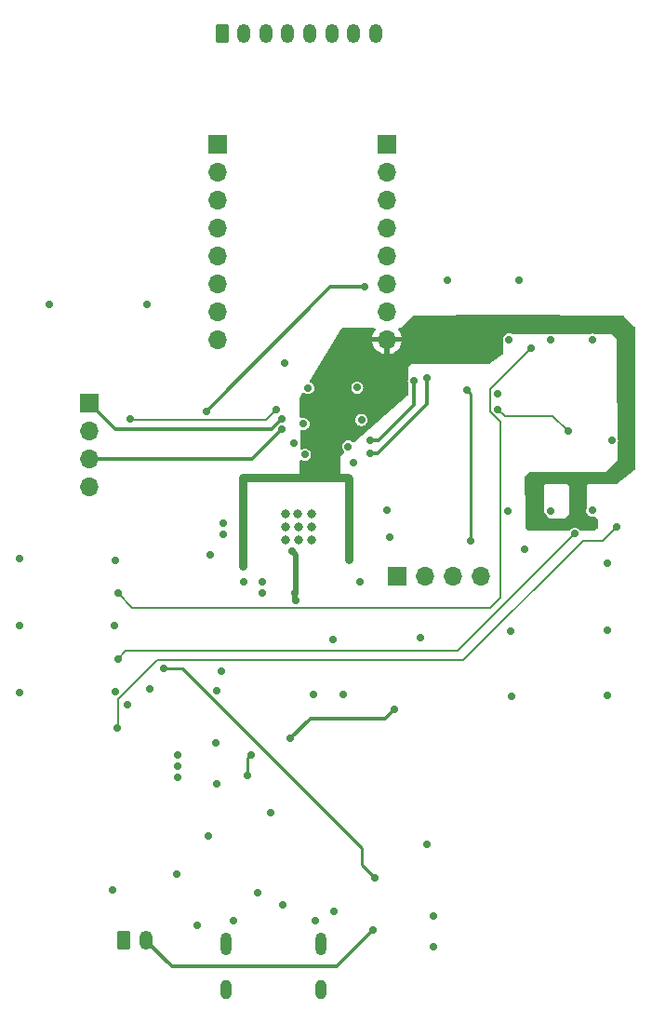
<source format=gbr>
%TF.GenerationSoftware,KiCad,Pcbnew,8.0.7*%
%TF.CreationDate,2025-02-19T12:10:22-05:00*%
%TF.ProjectId,RP2350_V1,52503233-3530-45f5-9631-2e6b69636164,1.0*%
%TF.SameCoordinates,Original*%
%TF.FileFunction,Copper,L4,Bot*%
%TF.FilePolarity,Positive*%
%FSLAX46Y46*%
G04 Gerber Fmt 4.6, Leading zero omitted, Abs format (unit mm)*
G04 Created by KiCad (PCBNEW 8.0.7) date 2025-02-19 12:10:22*
%MOMM*%
%LPD*%
G01*
G04 APERTURE LIST*
G04 Aperture macros list*
%AMRoundRect*
0 Rectangle with rounded corners*
0 $1 Rounding radius*
0 $2 $3 $4 $5 $6 $7 $8 $9 X,Y pos of 4 corners*
0 Add a 4 corners polygon primitive as box body*
4,1,4,$2,$3,$4,$5,$6,$7,$8,$9,$2,$3,0*
0 Add four circle primitives for the rounded corners*
1,1,$1+$1,$2,$3*
1,1,$1+$1,$4,$5*
1,1,$1+$1,$6,$7*
1,1,$1+$1,$8,$9*
0 Add four rect primitives between the rounded corners*
20,1,$1+$1,$2,$3,$4,$5,0*
20,1,$1+$1,$4,$5,$6,$7,0*
20,1,$1+$1,$6,$7,$8,$9,0*
20,1,$1+$1,$8,$9,$2,$3,0*%
G04 Aperture macros list end*
%TA.AperFunction,ComponentPad*%
%ADD10R,1.700000X1.700000*%
%TD*%
%TA.AperFunction,ComponentPad*%
%ADD11O,1.700000X1.700000*%
%TD*%
%TA.AperFunction,ComponentPad*%
%ADD12O,1.000000X2.100000*%
%TD*%
%TA.AperFunction,ComponentPad*%
%ADD13O,1.000000X1.800000*%
%TD*%
%TA.AperFunction,ComponentPad*%
%ADD14RoundRect,0.250000X-0.350000X-0.625000X0.350000X-0.625000X0.350000X0.625000X-0.350000X0.625000X0*%
%TD*%
%TA.AperFunction,ComponentPad*%
%ADD15O,1.200000X1.750000*%
%TD*%
%TA.AperFunction,HeatsinkPad*%
%ADD16C,0.800000*%
%TD*%
%TA.AperFunction,ViaPad*%
%ADD17C,0.700000*%
%TD*%
%TA.AperFunction,Conductor*%
%ADD18C,0.300000*%
%TD*%
%TA.AperFunction,Conductor*%
%ADD19C,0.150000*%
%TD*%
%TA.AperFunction,Conductor*%
%ADD20C,0.750000*%
%TD*%
%TA.AperFunction,Conductor*%
%ADD21C,0.500000*%
%TD*%
%TA.AperFunction,Conductor*%
%ADD22C,0.250000*%
%TD*%
%TA.AperFunction,Conductor*%
%ADD23C,0.200000*%
%TD*%
G04 APERTURE END LIST*
D10*
%TO.P,J4,1,Pin_1*%
%TO.N,unconnected-(J4-Pin_1-Pad1)*%
X137495000Y-47805000D03*
D11*
%TO.P,J4,2,Pin_2*%
%TO.N,GND*%
X137495000Y-50345000D03*
%TO.P,J4,3,Pin_3*%
%TO.N,/CS{slash}NSS*%
X137495000Y-52885000D03*
%TO.P,J4,4,Pin_4*%
%TO.N,/SPI0_CLK*%
X137495000Y-55425000D03*
%TO.P,J4,5,Pin_5*%
%TO.N,/SPI0_TX*%
X137495000Y-57965000D03*
%TO.P,J4,6,Pin_6*%
%TO.N,/SPI0_RX*%
X137495000Y-60505000D03*
%TO.P,J4,7,Pin_7*%
%TO.N,/uC_RESET*%
X137495000Y-63045000D03*
%TO.P,J4,8,Pin_8*%
%TO.N,/uC_BUSY*%
X137495000Y-65585000D03*
%TD*%
D10*
%TO.P,J2,1,Pin_1*%
%TO.N,GND*%
X152880000Y-47770000D03*
D11*
%TO.P,J2,2,Pin_2*%
X152880000Y-50310000D03*
%TO.P,J2,3,Pin_3*%
%TO.N,unconnected-(J2-Pin_3-Pad3)*%
X152880000Y-52850000D03*
%TO.P,J2,4,Pin_4*%
%TO.N,unconnected-(J2-Pin_4-Pad4)*%
X152880000Y-55390000D03*
%TO.P,J2,5,Pin_5*%
%TO.N,unconnected-(J2-Pin_5-Pad5)*%
X152880000Y-57930000D03*
%TO.P,J2,6,Pin_6*%
%TO.N,/DIO1*%
X152880000Y-60470000D03*
%TO.P,J2,7,Pin_7*%
%TO.N,GND*%
X152880000Y-63010000D03*
%TO.P,J2,8,Pin_8*%
%TO.N,+3V3*%
X152880000Y-65550000D03*
%TD*%
D12*
%TO.P,J3,S1,SHIELD*%
%TO.N,unconnected-(J3-SHIELD-PadS1)_3*%
X138200000Y-120520000D03*
D13*
%TO.N,unconnected-(J3-SHIELD-PadS1)_1*%
X138200000Y-124700000D03*
D12*
%TO.N,unconnected-(J3-SHIELD-PadS1)_2*%
X146840000Y-120520000D03*
D13*
%TO.N,unconnected-(J3-SHIELD-PadS1)*%
X146840000Y-124700000D03*
%TD*%
D10*
%TO.P,J1,1,Pin_1*%
%TO.N,/SWCLK*%
X125775000Y-71310000D03*
D11*
%TO.P,J1,2,Pin_2*%
%TO.N,GND*%
X125775000Y-73850000D03*
%TO.P,J1,3,Pin_3*%
%TO.N,/SWD*%
X125775000Y-76390000D03*
%TO.P,J1,4,Pin_4*%
%TO.N,GND*%
X125775000Y-78930000D03*
%TD*%
D14*
%TO.P,J5,1,Pin_1*%
%TO.N,+3V3*%
X137850000Y-37760000D03*
D15*
%TO.P,J5,2,Pin_2*%
%TO.N,GND*%
X139850000Y-37760000D03*
%TO.P,J5,3,Pin_3*%
%TO.N,/SPI1_TX*%
X141850000Y-37760000D03*
%TO.P,J5,4,Pin_4*%
%TO.N,/SPI1_CLK*%
X143850000Y-37760000D03*
%TO.P,J5,5,Pin_5*%
%TO.N,/SPI1_CS*%
X145850000Y-37760000D03*
%TO.P,J5,6,Pin_6*%
%TO.N,/DISPLAY_DC*%
X147850000Y-37760000D03*
%TO.P,J5,7,Pin_7*%
%TO.N,/DISPLAY_RESET*%
X149850000Y-37760000D03*
%TO.P,J5,8,Pin_8*%
%TO.N,/DISPLAY_BUSY*%
X151850000Y-37760000D03*
%TD*%
D14*
%TO.P,J6,1,Pin_1*%
%TO.N,GND*%
X128925000Y-120225000D03*
D15*
%TO.P,J6,2,Pin_2*%
%TO.N,/VBAT*%
X130925000Y-120225000D03*
%TD*%
D10*
%TO.P,J7,1,Pin_1*%
%TO.N,/UART_Tx_DEBUG*%
X153770000Y-87120000D03*
D11*
%TO.P,J7,2,Pin_2*%
%TO.N,GND*%
X156310000Y-87120000D03*
%TO.P,J7,3,Pin_3*%
%TO.N,/UART_Rx_DEBUG*%
X158850000Y-87120000D03*
%TO.P,J7,4,Pin_4*%
%TO.N,GND*%
X161390000Y-87120000D03*
%TD*%
D16*
%TO.P,U1,61,GND*%
%TO.N,GND*%
X146012500Y-83780000D03*
X146012500Y-82580000D03*
X146012500Y-81380000D03*
X144812500Y-83780000D03*
X144812500Y-82580000D03*
X144762500Y-81380000D03*
X143612500Y-83780000D03*
X143612500Y-82580000D03*
X143612500Y-81380000D03*
%TD*%
D17*
%TO.N,GND*%
X149350000Y-75300000D03*
X149848071Y-76723071D03*
X144425000Y-74950000D03*
X145415000Y-76025000D03*
X145275000Y-73250000D03*
X150550000Y-72875000D03*
X150175000Y-69925000D03*
X145700000Y-69975000D03*
X137990000Y-82300000D03*
X148902800Y-97867324D03*
X137275000Y-102225000D03*
X152853058Y-81043058D03*
X156535000Y-111485000D03*
X167820000Y-81160000D03*
X119440000Y-91550000D03*
X141490000Y-88650000D03*
X173380000Y-74750000D03*
X141125000Y-115920000D03*
X157150000Y-120775000D03*
X142300000Y-108640200D03*
X148080000Y-117560000D03*
X127925000Y-115650000D03*
X133800000Y-105420000D03*
X137400000Y-106000000D03*
X137990000Y-83290000D03*
X131075000Y-62400000D03*
X137387500Y-97487500D03*
X141500000Y-87590000D03*
X131300000Y-97310000D03*
X128130000Y-97610000D03*
X128122500Y-85647500D03*
X155930000Y-92645000D03*
X164000000Y-65550000D03*
X133810000Y-103330000D03*
X153100000Y-83575000D03*
X167800000Y-65575000D03*
X146350000Y-118380000D03*
X164200000Y-98010000D03*
X147925000Y-92875000D03*
X119420000Y-97710000D03*
X172980000Y-85950000D03*
X158340000Y-60130000D03*
X150390000Y-87570000D03*
X143550000Y-67725000D03*
X129270000Y-98790000D03*
X133720000Y-114175000D03*
X135590000Y-118820000D03*
X139837500Y-87637500D03*
X122175000Y-62400000D03*
X165410000Y-84640000D03*
X119440000Y-85450000D03*
X146175000Y-97875000D03*
X172960000Y-91980000D03*
X143422746Y-116949999D03*
X164132615Y-92075698D03*
X162950000Y-70475000D03*
X157150000Y-117975000D03*
X171600000Y-65575000D03*
X137770000Y-95760000D03*
X136625000Y-110690200D03*
X128070000Y-91550000D03*
X138874314Y-118425686D03*
X171550000Y-81100000D03*
X136775000Y-85165000D03*
X133820000Y-104350000D03*
X164890000Y-60200000D03*
X163925000Y-81175000D03*
X172980000Y-97890000D03*
%TO.N,+3V3*%
X149400000Y-85607200D03*
X139790000Y-84550000D03*
X171700000Y-82275000D03*
X141280000Y-78130000D03*
X173540000Y-64420000D03*
X167970000Y-82270000D03*
X169780000Y-64410000D03*
X139790000Y-85360000D03*
X144100000Y-101850000D03*
X165850000Y-82425000D03*
X165875000Y-64450000D03*
X147725000Y-67600000D03*
X153550000Y-99225000D03*
X173700000Y-77375000D03*
X139790000Y-86150000D03*
%TO.N,+1V1*%
X144532322Y-88617678D03*
X144600000Y-89300000D03*
X144240000Y-84850000D03*
%TO.N,/VBAT*%
X151625000Y-119250000D03*
%TO.N,/SWD*%
X143319974Y-73699546D03*
%TO.N,/SWCLK*%
X143275000Y-72754569D03*
%TO.N,/DIO1*%
X136410000Y-72075000D03*
X150825000Y-60775000D03*
%TO.N,/DISPLAY_RESET*%
X151350000Y-75900000D03*
X156520000Y-69100000D03*
%TO.N,/DISPLAY_BUSY*%
X151350000Y-74725000D03*
X155330000Y-69350000D03*
%TO.N,/RUN*%
X129550000Y-72775000D03*
X142825000Y-71975000D03*
%TO.N,/~{USB_BOOT}*%
X160175000Y-70175000D03*
X160525000Y-83850000D03*
%TO.N,Net-(R20-Pad2)*%
X128382500Y-88642500D03*
X166032500Y-66357500D03*
%TO.N,Net-(R23-Pad2)*%
X128380000Y-94630000D03*
X169975000Y-83225000D03*
%TO.N,Net-(R24-Pad2)*%
X128355000Y-100905000D03*
X173800000Y-82575000D03*
%TO.N,/BTN_MACRO_C*%
X169397500Y-73927500D03*
X162975000Y-71900000D03*
%TO.N,/Converter_In*%
X140200000Y-105250000D03*
X140475000Y-103325000D03*
%TO.N,/UVLO_RST*%
X132575000Y-95485000D03*
X151740000Y-114510000D03*
%TD*%
D18*
%TO.N,/DIO1*%
X150825000Y-60775000D02*
X147705000Y-60775000D01*
X147705000Y-60775000D02*
X136410000Y-72070000D01*
%TO.N,/DISPLAY_BUSY*%
X151350000Y-74725000D02*
X152125000Y-74725000D01*
X155330000Y-71520000D02*
X155330000Y-69350000D01*
X152125000Y-74725000D02*
X155330000Y-71520000D01*
%TO.N,/DISPLAY_RESET*%
X152070000Y-75900000D02*
X156520000Y-71450000D01*
X151350000Y-75900000D02*
X152070000Y-75900000D01*
X156520000Y-71450000D02*
X156520000Y-69170000D01*
%TO.N,/SWD*%
X143319974Y-73699546D02*
X140629520Y-76390000D01*
X140629520Y-76390000D02*
X125775000Y-76390000D01*
%TO.N,/SWCLK*%
X142349569Y-73680000D02*
X128145000Y-73680000D01*
X143275000Y-72754569D02*
X142349569Y-73680000D01*
X128145000Y-73680000D02*
X125775000Y-71310000D01*
D19*
%TO.N,/RUN*%
X142825000Y-71975000D02*
X141900000Y-72900000D01*
X141900000Y-72900000D02*
X129575000Y-72900000D01*
D20*
%TO.N,+3V3*%
X141280000Y-78130000D02*
X146390000Y-78130000D01*
X139790000Y-86150000D02*
X139790000Y-78130000D01*
X149400000Y-78200000D02*
X149330000Y-78130000D01*
X149330000Y-78130000D02*
X146390000Y-78130000D01*
D18*
X145925000Y-100025000D02*
X152750000Y-100025000D01*
D20*
X149400000Y-85607200D02*
X149400000Y-78200000D01*
D18*
X152750000Y-100025000D02*
X153550000Y-99225000D01*
D20*
X139790000Y-78130000D02*
X141280000Y-78130000D01*
D18*
X144100000Y-101850000D02*
X145925000Y-100025000D01*
D21*
%TO.N,+1V1*%
X144600000Y-89300000D02*
X144600000Y-89325000D01*
X144550000Y-88600000D02*
X144550000Y-85160000D01*
X144532322Y-89232322D02*
X144600000Y-89300000D01*
X144532322Y-88617678D02*
X144550000Y-88600000D01*
X144550000Y-85160000D02*
X144240000Y-84850000D01*
X144532322Y-88617678D02*
X144532322Y-89232322D01*
D18*
%TO.N,/VBAT*%
X148295000Y-122580000D02*
X151625000Y-119250000D01*
X130990000Y-120290000D02*
X133280000Y-122580000D01*
X133280000Y-122580000D02*
X148295000Y-122580000D01*
X130990000Y-120240000D02*
X130990000Y-120290000D01*
%TO.N,/DIO1*%
X150875000Y-60725000D02*
X150825000Y-60775000D01*
%TO.N,/DISPLAY_BUSY*%
X155330000Y-69350000D02*
X155330000Y-69280000D01*
D22*
%TO.N,/~{USB_BOOT}*%
X160125000Y-70125000D02*
X160175000Y-70175000D01*
X160175000Y-70175000D02*
X160525000Y-70525000D01*
X160525000Y-70525000D02*
X160525000Y-83850000D01*
D23*
%TO.N,Net-(R20-Pad2)*%
X162300000Y-72144239D02*
X162300000Y-70090000D01*
X163180000Y-73024239D02*
X162300000Y-72144239D01*
X162240000Y-89950000D02*
X163180000Y-89010000D01*
X128360000Y-88620000D02*
X128382500Y-88642500D01*
X162300000Y-70090000D02*
X166032500Y-66357500D01*
X166032500Y-66357500D02*
X166120000Y-66270000D01*
X128382500Y-88642500D02*
X129690000Y-89950000D01*
X129690000Y-89950000D02*
X162240000Y-89950000D01*
X163180000Y-89010000D02*
X163180000Y-73024239D01*
%TO.N,Net-(R23-Pad2)*%
X159310000Y-93890000D02*
X129120000Y-93890000D01*
X169975000Y-83225000D02*
X159310000Y-93890000D01*
X169980000Y-83220000D02*
X169975000Y-83225000D01*
X129120000Y-93890000D02*
X128380000Y-94630000D01*
X128380000Y-94630000D02*
X128360000Y-94650000D01*
%TO.N,Net-(R24-Pad2)*%
X131925000Y-94750000D02*
X128430000Y-98245000D01*
X173800000Y-82575000D02*
X172500000Y-83875000D01*
X172500000Y-83875000D02*
X170700000Y-83875000D01*
X128430000Y-98245000D02*
X128430000Y-100830000D01*
X159825000Y-94750000D02*
X131925000Y-94750000D01*
X170700000Y-83875000D02*
X159825000Y-94750000D01*
D19*
%TO.N,/BTN_MACRO_C*%
X163590000Y-72515000D02*
X167985000Y-72515000D01*
X162975000Y-71900000D02*
X163590000Y-72515000D01*
X167985000Y-72515000D02*
X169397500Y-73927500D01*
X169397500Y-73927500D02*
X169420000Y-73950000D01*
D22*
%TO.N,/Converter_In*%
X140550000Y-103250000D02*
X140600000Y-103200000D01*
X140200000Y-105250000D02*
X140200000Y-103600000D01*
X140200000Y-105300000D02*
X140200000Y-105250000D01*
X140200000Y-103600000D02*
X140550000Y-103250000D01*
%TO.N,/UVLO_RST*%
X150600000Y-111850000D02*
X150600000Y-113370000D01*
X151740000Y-114510000D02*
X151850000Y-114620000D01*
X132560000Y-95485000D02*
X132575000Y-95485000D01*
X134235000Y-95485000D02*
X150600000Y-111850000D01*
X132525000Y-95450000D02*
X132560000Y-95485000D01*
X132575000Y-95485000D02*
X134235000Y-95485000D01*
X150600000Y-113370000D02*
X151740000Y-114510000D01*
%TD*%
%TA.AperFunction,Conductor*%
%TO.N,+3V3*%
G36*
X167290759Y-78711087D02*
G01*
X167290758Y-78711087D01*
X167175000Y-78849999D01*
X167175000Y-78850000D01*
X167175000Y-81275000D01*
X167424804Y-81549784D01*
X167426619Y-81551942D01*
X167429276Y-81554704D01*
X167675000Y-81825000D01*
X168300000Y-81825000D01*
X168250000Y-82925000D01*
X167925000Y-82925000D01*
X165804547Y-82925000D01*
X165746356Y-82906093D01*
X165744664Y-82904835D01*
X165514117Y-82729713D01*
X165479215Y-82679459D01*
X165475000Y-82650878D01*
X165475000Y-80699978D01*
X165450008Y-78700639D01*
X165450004Y-78700000D01*
X167300000Y-78700000D01*
X167290759Y-78711087D01*
G37*
%TD.AperFunction*%
%TD*%
%TA.AperFunction,Conductor*%
%TO.N,+3V3*%
G36*
X162850417Y-63325003D02*
G01*
X174434492Y-63424651D01*
X174492517Y-63444058D01*
X174503643Y-63453643D01*
X175421082Y-64371082D01*
X175448859Y-64425599D01*
X175450078Y-64440895D01*
X175474907Y-77327192D01*
X175456112Y-77385419D01*
X175437615Y-77404798D01*
X173777341Y-78728206D01*
X173720052Y-78749692D01*
X173715037Y-78749789D01*
X171199144Y-78734633D01*
X171225000Y-78700000D01*
X169300000Y-78700000D01*
X169318122Y-78723299D01*
X167290760Y-78711087D01*
X167300000Y-78700000D01*
X165450003Y-78700000D01*
X165450000Y-78699403D01*
X165450000Y-78039148D01*
X165468907Y-77980957D01*
X165476769Y-77971445D01*
X165795666Y-77631290D01*
X165849259Y-77601769D01*
X165867890Y-77600000D01*
X172775000Y-77600000D01*
X173850000Y-76550000D01*
X173846679Y-75078935D01*
X173858730Y-75033767D01*
X173858378Y-75033621D01*
X173859478Y-75030964D01*
X173859948Y-75029204D01*
X173860851Y-75027637D01*
X173860861Y-75027625D01*
X173916330Y-74893709D01*
X173935250Y-74750000D01*
X173916330Y-74606291D01*
X173860861Y-74472375D01*
X173860859Y-74472372D01*
X173858451Y-74468200D01*
X173845189Y-74418926D01*
X173831433Y-68325000D01*
X173825000Y-65475000D01*
X173724225Y-65406290D01*
X173275000Y-65100000D01*
X171902339Y-65096329D01*
X171864719Y-65088793D01*
X171743709Y-65038670D01*
X171743708Y-65038669D01*
X171600000Y-65019750D01*
X171456291Y-65038669D01*
X171456290Y-65038670D01*
X171339163Y-65087185D01*
X171301013Y-65094721D01*
X168077650Y-65086103D01*
X168040030Y-65078567D01*
X168033924Y-65076038D01*
X168015731Y-65068502D01*
X167943713Y-65038671D01*
X167943705Y-65038669D01*
X167800000Y-65019750D01*
X167656293Y-65038669D01*
X167563533Y-65077090D01*
X167525384Y-65084625D01*
X164313709Y-65076038D01*
X164276089Y-65068502D01*
X164143709Y-65013670D01*
X164143708Y-65013669D01*
X164000000Y-64994750D01*
X163856291Y-65013669D01*
X163856290Y-65013670D01*
X163722378Y-65069137D01*
X163722374Y-65069139D01*
X163607381Y-65157377D01*
X163607377Y-65157381D01*
X163519139Y-65272374D01*
X163519137Y-65272378D01*
X163463670Y-65406290D01*
X163463669Y-65406291D01*
X163454624Y-65475000D01*
X163444750Y-65550000D01*
X163448041Y-65575000D01*
X163449153Y-65583442D01*
X163450000Y-65596365D01*
X163450000Y-66897017D01*
X163431093Y-66955208D01*
X163405915Y-66979390D01*
X162274782Y-67733478D01*
X162220213Y-67750104D01*
X155100001Y-67774999D01*
X155100000Y-67774999D01*
X154807341Y-68090168D01*
X154800000Y-65300000D01*
X154200000Y-64498077D01*
X155245795Y-63381189D01*
X155299368Y-63351637D01*
X155317721Y-63349859D01*
X162849567Y-63325001D01*
X162850417Y-63325003D01*
G37*
%TD.AperFunction*%
%TD*%
%TA.AperFunction,Conductor*%
%TO.N,+3V3*%
G36*
X171199144Y-78734632D02*
G01*
X171199143Y-78734633D01*
X171057026Y-78924998D01*
X171057026Y-78925000D01*
X171053111Y-80841581D01*
X171045575Y-80879264D01*
X171013670Y-80956290D01*
X171013669Y-80956291D01*
X170994750Y-81099999D01*
X170994750Y-81100000D01*
X171013669Y-81243708D01*
X171013670Y-81243709D01*
X171069139Y-81377625D01*
X171157379Y-81492621D01*
X171272375Y-81580861D01*
X171286284Y-81586622D01*
X171328958Y-81620542D01*
X171350000Y-81650000D01*
X171503634Y-81650000D01*
X171516556Y-81650847D01*
X171550000Y-81655250D01*
X171583444Y-81650847D01*
X171596366Y-81650000D01*
X171739157Y-81650000D01*
X171797348Y-81668907D01*
X171802535Y-81672946D01*
X172039378Y-81870315D01*
X172071977Y-81922093D01*
X172075000Y-81946369D01*
X172075000Y-82713815D01*
X172056093Y-82772006D01*
X172020274Y-82802363D01*
X171745904Y-82939548D01*
X171701630Y-82950000D01*
X170506697Y-82950000D01*
X170448506Y-82931093D01*
X170428155Y-82911268D01*
X170425786Y-82908180D01*
X170367621Y-82832379D01*
X170252625Y-82744139D01*
X170252621Y-82744137D01*
X170118709Y-82688670D01*
X170118708Y-82688669D01*
X169975000Y-82669750D01*
X169831291Y-82688669D01*
X169831290Y-82688670D01*
X169697378Y-82744137D01*
X169697374Y-82744139D01*
X169582381Y-82832377D01*
X169582373Y-82832385D01*
X169523688Y-82908864D01*
X169473263Y-82943519D01*
X169443274Y-82947578D01*
X168250015Y-82925000D01*
X168250000Y-82925000D01*
X168300000Y-81825000D01*
X169175000Y-81825000D01*
X169475000Y-81425000D01*
X169475000Y-78925000D01*
X169318122Y-78723300D01*
X169318123Y-78723300D01*
X169318122Y-78723299D01*
X169300000Y-78700000D01*
X171225000Y-78700000D01*
X171199144Y-78734632D01*
G37*
%TD.AperFunction*%
%TD*%
%TA.AperFunction,Conductor*%
%TO.N,+3V3*%
G36*
X154800000Y-65300000D02*
G01*
X154807340Y-68090167D01*
X154807340Y-68090169D01*
X154810107Y-69141615D01*
X154800670Y-69189389D01*
X154793671Y-69206286D01*
X154793670Y-69206291D01*
X154774750Y-69349999D01*
X154774750Y-69350000D01*
X154793670Y-69493710D01*
X154801771Y-69513268D01*
X154811209Y-69560393D01*
X154813956Y-70603904D01*
X154794448Y-70670995D01*
X154770954Y-70698120D01*
X149897935Y-74901996D01*
X149834316Y-74930882D01*
X149765179Y-74920787D01*
X149741453Y-74906482D01*
X149686134Y-74864035D01*
X149627626Y-74819139D01*
X149627623Y-74819138D01*
X149493712Y-74763671D01*
X149493710Y-74763670D01*
X149493709Y-74763670D01*
X149421854Y-74754210D01*
X149350001Y-74744750D01*
X149349999Y-74744750D01*
X149206291Y-74763670D01*
X149206287Y-74763671D01*
X149072377Y-74819137D01*
X148957379Y-74907379D01*
X148869137Y-75022377D01*
X148813671Y-75156287D01*
X148813670Y-75156291D01*
X148804279Y-75227625D01*
X148794750Y-75300000D01*
X148811978Y-75430861D01*
X148813670Y-75443708D01*
X148813671Y-75443712D01*
X148869138Y-75577623D01*
X148869139Y-75577626D01*
X148953518Y-75687589D01*
X148978713Y-75752758D01*
X148964675Y-75821203D01*
X148953357Y-75838772D01*
X148642327Y-76242326D01*
X148642326Y-76242328D01*
X148625944Y-78376952D01*
X148605746Y-78443838D01*
X148552592Y-78489186D01*
X148501948Y-78500000D01*
X145069697Y-78500000D01*
X145002658Y-78480315D01*
X144956903Y-78427511D01*
X144945702Y-78374931D01*
X144960854Y-76617246D01*
X144981114Y-76550384D01*
X145034311Y-76505086D01*
X145103552Y-76495739D01*
X145132300Y-76503759D01*
X145137375Y-76505861D01*
X145271291Y-76561330D01*
X145398280Y-76578048D01*
X145414999Y-76580250D01*
X145415000Y-76580250D01*
X145415001Y-76580250D01*
X145429977Y-76578278D01*
X145558709Y-76561330D01*
X145692625Y-76505861D01*
X145807621Y-76417621D01*
X145895861Y-76302625D01*
X145951330Y-76168709D01*
X145970250Y-76025000D01*
X145951330Y-75881291D01*
X145895861Y-75747375D01*
X145807621Y-75632379D01*
X145692625Y-75544139D01*
X145692624Y-75544138D01*
X145692622Y-75544137D01*
X145558712Y-75488671D01*
X145558710Y-75488670D01*
X145558709Y-75488670D01*
X145486854Y-75479210D01*
X145415001Y-75469750D01*
X145414999Y-75469750D01*
X145271291Y-75488670D01*
X145271287Y-75488671D01*
X145144117Y-75541346D01*
X145074648Y-75548815D01*
X145012169Y-75517539D01*
X144976517Y-75457450D01*
X144972666Y-75427394D01*
X144970735Y-75030999D01*
X144971794Y-75014225D01*
X144980250Y-74950000D01*
X144970980Y-74879589D01*
X144969922Y-74864035D01*
X144965243Y-73903731D01*
X144984601Y-73836598D01*
X145037182Y-73790587D01*
X145106291Y-73780307D01*
X145123255Y-73784916D01*
X145123440Y-73784226D01*
X145131284Y-73786327D01*
X145131291Y-73786330D01*
X145258280Y-73803048D01*
X145274999Y-73805250D01*
X145275000Y-73805250D01*
X145275001Y-73805250D01*
X145289977Y-73803278D01*
X145418709Y-73786330D01*
X145552625Y-73730861D01*
X145667621Y-73642621D01*
X145755861Y-73527625D01*
X145811330Y-73393709D01*
X145830250Y-73250000D01*
X145811330Y-73106291D01*
X145755861Y-72972375D01*
X145681141Y-72874999D01*
X149994750Y-72874999D01*
X149994750Y-72875000D01*
X150013670Y-73018708D01*
X150013671Y-73018712D01*
X150069137Y-73152622D01*
X150069138Y-73152624D01*
X150069139Y-73152625D01*
X150157379Y-73267621D01*
X150272375Y-73355861D01*
X150406291Y-73411330D01*
X150533280Y-73428048D01*
X150549999Y-73430250D01*
X150550000Y-73430250D01*
X150550001Y-73430250D01*
X150564977Y-73428278D01*
X150693709Y-73411330D01*
X150827625Y-73355861D01*
X150942621Y-73267621D01*
X151030861Y-73152625D01*
X151086330Y-73018709D01*
X151105250Y-72875000D01*
X151086330Y-72731291D01*
X151030861Y-72597375D01*
X150942621Y-72482379D01*
X150827625Y-72394139D01*
X150827624Y-72394138D01*
X150827622Y-72394137D01*
X150693712Y-72338671D01*
X150693710Y-72338670D01*
X150693709Y-72338670D01*
X150621854Y-72329210D01*
X150550001Y-72319750D01*
X150549999Y-72319750D01*
X150406291Y-72338670D01*
X150406287Y-72338671D01*
X150272377Y-72394137D01*
X150157379Y-72482379D01*
X150069137Y-72597377D01*
X150013671Y-72731287D01*
X150013670Y-72731291D01*
X149994750Y-72874999D01*
X145681141Y-72874999D01*
X145667621Y-72857379D01*
X145552625Y-72769139D01*
X145552624Y-72769138D01*
X145552622Y-72769137D01*
X145418712Y-72713671D01*
X145418710Y-72713670D01*
X145418709Y-72713670D01*
X145346854Y-72704210D01*
X145275001Y-72694750D01*
X145274999Y-72694750D01*
X145131291Y-72713670D01*
X145131284Y-72713672D01*
X145130331Y-72714067D01*
X145129462Y-72714160D01*
X145123440Y-72715774D01*
X145123188Y-72714834D01*
X145060861Y-72721529D01*
X144998385Y-72690247D01*
X144962739Y-72630155D01*
X144958892Y-72600113D01*
X144950171Y-70810137D01*
X144968289Y-70744995D01*
X145161228Y-70428474D01*
X145212927Y-70381479D01*
X145281830Y-70369894D01*
X145342590Y-70394640D01*
X145422375Y-70455861D01*
X145422376Y-70455861D01*
X145422377Y-70455862D01*
X145467013Y-70474350D01*
X145556291Y-70511330D01*
X145683280Y-70528048D01*
X145699999Y-70530250D01*
X145700000Y-70530250D01*
X145700001Y-70530250D01*
X145714977Y-70528278D01*
X145843709Y-70511330D01*
X145977625Y-70455861D01*
X146092621Y-70367621D01*
X146180861Y-70252625D01*
X146236330Y-70118709D01*
X146255250Y-69975000D01*
X146248667Y-69924999D01*
X149619750Y-69924999D01*
X149619750Y-69925000D01*
X149638670Y-70068708D01*
X149638671Y-70068712D01*
X149694137Y-70202622D01*
X149694138Y-70202624D01*
X149694139Y-70202625D01*
X149782379Y-70317621D01*
X149897375Y-70405861D01*
X150031291Y-70461330D01*
X150158280Y-70478048D01*
X150174999Y-70480250D01*
X150175000Y-70480250D01*
X150175001Y-70480250D01*
X150189977Y-70478278D01*
X150318709Y-70461330D01*
X150452625Y-70405861D01*
X150567621Y-70317621D01*
X150655861Y-70202625D01*
X150711330Y-70068709D01*
X150730250Y-69925000D01*
X150711330Y-69781291D01*
X150655861Y-69647375D01*
X150567621Y-69532379D01*
X150452625Y-69444139D01*
X150452624Y-69444138D01*
X150452622Y-69444137D01*
X150318712Y-69388671D01*
X150318710Y-69388670D01*
X150318709Y-69388670D01*
X150246854Y-69379210D01*
X150175001Y-69369750D01*
X150174999Y-69369750D01*
X150031291Y-69388670D01*
X150031287Y-69388671D01*
X149897377Y-69444137D01*
X149782379Y-69532379D01*
X149694137Y-69647377D01*
X149638671Y-69781287D01*
X149638670Y-69781291D01*
X149619750Y-69924999D01*
X146248667Y-69924999D01*
X146236330Y-69831291D01*
X146180861Y-69697375D01*
X146092621Y-69582379D01*
X145977625Y-69494139D01*
X145977623Y-69494138D01*
X145914341Y-69467926D01*
X145859938Y-69424085D01*
X145837873Y-69357791D01*
X145855152Y-69290092D01*
X145855807Y-69289001D01*
X148738195Y-64560378D01*
X148789896Y-64513381D01*
X148845704Y-64500930D01*
X150675000Y-64525000D01*
X150675003Y-64524999D01*
X150675005Y-64525000D01*
X150757663Y-64524368D01*
X151716090Y-64517048D01*
X151783277Y-64536220D01*
X151829434Y-64588673D01*
X151839905Y-64657753D01*
X151818611Y-64712167D01*
X151706400Y-64872420D01*
X151706399Y-64872422D01*
X151606570Y-65086507D01*
X151606567Y-65086513D01*
X151549364Y-65299999D01*
X151549364Y-65300000D01*
X152446988Y-65300000D01*
X152414075Y-65357007D01*
X152380000Y-65484174D01*
X152380000Y-65615826D01*
X152414075Y-65742993D01*
X152446988Y-65800000D01*
X151549364Y-65800000D01*
X151606567Y-66013486D01*
X151606570Y-66013492D01*
X151706399Y-66227578D01*
X151841894Y-66421082D01*
X152008917Y-66588105D01*
X152202421Y-66723600D01*
X152416507Y-66823429D01*
X152416516Y-66823433D01*
X152630000Y-66880634D01*
X152630000Y-65983012D01*
X152687007Y-66015925D01*
X152814174Y-66050000D01*
X152945826Y-66050000D01*
X153072993Y-66015925D01*
X153130000Y-65983012D01*
X153130000Y-66880633D01*
X153343483Y-66823433D01*
X153343492Y-66823429D01*
X153557578Y-66723600D01*
X153751082Y-66588105D01*
X153918105Y-66421082D01*
X154053600Y-66227578D01*
X154153429Y-66013492D01*
X154153432Y-66013486D01*
X154210636Y-65800000D01*
X153313012Y-65800000D01*
X153345925Y-65742993D01*
X153380000Y-65615826D01*
X153380000Y-65484174D01*
X153345925Y-65357007D01*
X153313012Y-65300000D01*
X154210636Y-65300000D01*
X154210635Y-65299999D01*
X154153432Y-65086513D01*
X154153429Y-65086507D01*
X154053600Y-64872422D01*
X154053599Y-64872420D01*
X153929016Y-64694497D01*
X153906689Y-64628291D01*
X153923699Y-64560524D01*
X153974647Y-64512711D01*
X154029643Y-64499378D01*
X154200000Y-64498077D01*
X154800000Y-65300000D01*
G37*
%TD.AperFunction*%
%TD*%
M02*

</source>
